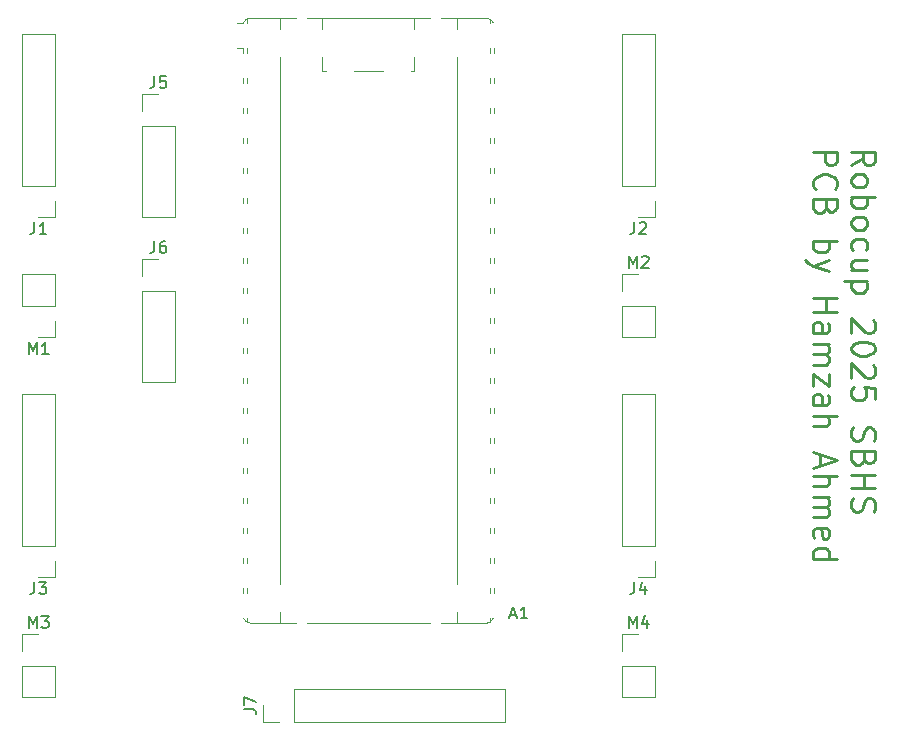
<source format=gbr>
%TF.GenerationSoftware,KiCad,Pcbnew,9.0.2*%
%TF.CreationDate,2025-07-04T23:02:28+10:00*%
%TF.ProjectId,motor-controller-pcb,6d6f746f-722d-4636-9f6e-74726f6c6c65,rev?*%
%TF.SameCoordinates,Original*%
%TF.FileFunction,Legend,Top*%
%TF.FilePolarity,Positive*%
%FSLAX46Y46*%
G04 Gerber Fmt 4.6, Leading zero omitted, Abs format (unit mm)*
G04 Created by KiCad (PCBNEW 9.0.2) date 2025-07-04 23:02:28*
%MOMM*%
%LPD*%
G01*
G04 APERTURE LIST*
%ADD10C,0.250000*%
%ADD11C,0.150000*%
%ADD12C,0.120000*%
G04 APERTURE END LIST*
D10*
X193477649Y-69283520D02*
X194430030Y-68616853D01*
X193477649Y-68140663D02*
X195477649Y-68140663D01*
X195477649Y-68140663D02*
X195477649Y-68902568D01*
X195477649Y-68902568D02*
X195382411Y-69093044D01*
X195382411Y-69093044D02*
X195287173Y-69188282D01*
X195287173Y-69188282D02*
X195096697Y-69283520D01*
X195096697Y-69283520D02*
X194810983Y-69283520D01*
X194810983Y-69283520D02*
X194620507Y-69188282D01*
X194620507Y-69188282D02*
X194525268Y-69093044D01*
X194525268Y-69093044D02*
X194430030Y-68902568D01*
X194430030Y-68902568D02*
X194430030Y-68140663D01*
X193477649Y-70426377D02*
X193572888Y-70235901D01*
X193572888Y-70235901D02*
X193668126Y-70140663D01*
X193668126Y-70140663D02*
X193858602Y-70045425D01*
X193858602Y-70045425D02*
X194430030Y-70045425D01*
X194430030Y-70045425D02*
X194620507Y-70140663D01*
X194620507Y-70140663D02*
X194715745Y-70235901D01*
X194715745Y-70235901D02*
X194810983Y-70426377D01*
X194810983Y-70426377D02*
X194810983Y-70712092D01*
X194810983Y-70712092D02*
X194715745Y-70902568D01*
X194715745Y-70902568D02*
X194620507Y-70997806D01*
X194620507Y-70997806D02*
X194430030Y-71093044D01*
X194430030Y-71093044D02*
X193858602Y-71093044D01*
X193858602Y-71093044D02*
X193668126Y-70997806D01*
X193668126Y-70997806D02*
X193572888Y-70902568D01*
X193572888Y-70902568D02*
X193477649Y-70712092D01*
X193477649Y-70712092D02*
X193477649Y-70426377D01*
X193477649Y-71950187D02*
X195477649Y-71950187D01*
X194715745Y-71950187D02*
X194810983Y-72140663D01*
X194810983Y-72140663D02*
X194810983Y-72521616D01*
X194810983Y-72521616D02*
X194715745Y-72712092D01*
X194715745Y-72712092D02*
X194620507Y-72807330D01*
X194620507Y-72807330D02*
X194430030Y-72902568D01*
X194430030Y-72902568D02*
X193858602Y-72902568D01*
X193858602Y-72902568D02*
X193668126Y-72807330D01*
X193668126Y-72807330D02*
X193572888Y-72712092D01*
X193572888Y-72712092D02*
X193477649Y-72521616D01*
X193477649Y-72521616D02*
X193477649Y-72140663D01*
X193477649Y-72140663D02*
X193572888Y-71950187D01*
X193477649Y-74045425D02*
X193572888Y-73854949D01*
X193572888Y-73854949D02*
X193668126Y-73759711D01*
X193668126Y-73759711D02*
X193858602Y-73664473D01*
X193858602Y-73664473D02*
X194430030Y-73664473D01*
X194430030Y-73664473D02*
X194620507Y-73759711D01*
X194620507Y-73759711D02*
X194715745Y-73854949D01*
X194715745Y-73854949D02*
X194810983Y-74045425D01*
X194810983Y-74045425D02*
X194810983Y-74331140D01*
X194810983Y-74331140D02*
X194715745Y-74521616D01*
X194715745Y-74521616D02*
X194620507Y-74616854D01*
X194620507Y-74616854D02*
X194430030Y-74712092D01*
X194430030Y-74712092D02*
X193858602Y-74712092D01*
X193858602Y-74712092D02*
X193668126Y-74616854D01*
X193668126Y-74616854D02*
X193572888Y-74521616D01*
X193572888Y-74521616D02*
X193477649Y-74331140D01*
X193477649Y-74331140D02*
X193477649Y-74045425D01*
X193572888Y-76426378D02*
X193477649Y-76235902D01*
X193477649Y-76235902D02*
X193477649Y-75854949D01*
X193477649Y-75854949D02*
X193572888Y-75664473D01*
X193572888Y-75664473D02*
X193668126Y-75569235D01*
X193668126Y-75569235D02*
X193858602Y-75473997D01*
X193858602Y-75473997D02*
X194430030Y-75473997D01*
X194430030Y-75473997D02*
X194620507Y-75569235D01*
X194620507Y-75569235D02*
X194715745Y-75664473D01*
X194715745Y-75664473D02*
X194810983Y-75854949D01*
X194810983Y-75854949D02*
X194810983Y-76235902D01*
X194810983Y-76235902D02*
X194715745Y-76426378D01*
X194810983Y-78140664D02*
X193477649Y-78140664D01*
X194810983Y-77283521D02*
X193763364Y-77283521D01*
X193763364Y-77283521D02*
X193572888Y-77378759D01*
X193572888Y-77378759D02*
X193477649Y-77569235D01*
X193477649Y-77569235D02*
X193477649Y-77854950D01*
X193477649Y-77854950D02*
X193572888Y-78045426D01*
X193572888Y-78045426D02*
X193668126Y-78140664D01*
X194810983Y-79093045D02*
X192810983Y-79093045D01*
X194715745Y-79093045D02*
X194810983Y-79283521D01*
X194810983Y-79283521D02*
X194810983Y-79664474D01*
X194810983Y-79664474D02*
X194715745Y-79854950D01*
X194715745Y-79854950D02*
X194620507Y-79950188D01*
X194620507Y-79950188D02*
X194430030Y-80045426D01*
X194430030Y-80045426D02*
X193858602Y-80045426D01*
X193858602Y-80045426D02*
X193668126Y-79950188D01*
X193668126Y-79950188D02*
X193572888Y-79854950D01*
X193572888Y-79854950D02*
X193477649Y-79664474D01*
X193477649Y-79664474D02*
X193477649Y-79283521D01*
X193477649Y-79283521D02*
X193572888Y-79093045D01*
X195287173Y-82331141D02*
X195382411Y-82426379D01*
X195382411Y-82426379D02*
X195477649Y-82616855D01*
X195477649Y-82616855D02*
X195477649Y-83093046D01*
X195477649Y-83093046D02*
X195382411Y-83283522D01*
X195382411Y-83283522D02*
X195287173Y-83378760D01*
X195287173Y-83378760D02*
X195096697Y-83473998D01*
X195096697Y-83473998D02*
X194906221Y-83473998D01*
X194906221Y-83473998D02*
X194620507Y-83378760D01*
X194620507Y-83378760D02*
X193477649Y-82235903D01*
X193477649Y-82235903D02*
X193477649Y-83473998D01*
X195477649Y-84712093D02*
X195477649Y-84902570D01*
X195477649Y-84902570D02*
X195382411Y-85093046D01*
X195382411Y-85093046D02*
X195287173Y-85188284D01*
X195287173Y-85188284D02*
X195096697Y-85283522D01*
X195096697Y-85283522D02*
X194715745Y-85378760D01*
X194715745Y-85378760D02*
X194239554Y-85378760D01*
X194239554Y-85378760D02*
X193858602Y-85283522D01*
X193858602Y-85283522D02*
X193668126Y-85188284D01*
X193668126Y-85188284D02*
X193572888Y-85093046D01*
X193572888Y-85093046D02*
X193477649Y-84902570D01*
X193477649Y-84902570D02*
X193477649Y-84712093D01*
X193477649Y-84712093D02*
X193572888Y-84521617D01*
X193572888Y-84521617D02*
X193668126Y-84426379D01*
X193668126Y-84426379D02*
X193858602Y-84331141D01*
X193858602Y-84331141D02*
X194239554Y-84235903D01*
X194239554Y-84235903D02*
X194715745Y-84235903D01*
X194715745Y-84235903D02*
X195096697Y-84331141D01*
X195096697Y-84331141D02*
X195287173Y-84426379D01*
X195287173Y-84426379D02*
X195382411Y-84521617D01*
X195382411Y-84521617D02*
X195477649Y-84712093D01*
X195287173Y-86140665D02*
X195382411Y-86235903D01*
X195382411Y-86235903D02*
X195477649Y-86426379D01*
X195477649Y-86426379D02*
X195477649Y-86902570D01*
X195477649Y-86902570D02*
X195382411Y-87093046D01*
X195382411Y-87093046D02*
X195287173Y-87188284D01*
X195287173Y-87188284D02*
X195096697Y-87283522D01*
X195096697Y-87283522D02*
X194906221Y-87283522D01*
X194906221Y-87283522D02*
X194620507Y-87188284D01*
X194620507Y-87188284D02*
X193477649Y-86045427D01*
X193477649Y-86045427D02*
X193477649Y-87283522D01*
X195477649Y-89093046D02*
X195477649Y-88140665D01*
X195477649Y-88140665D02*
X194525268Y-88045427D01*
X194525268Y-88045427D02*
X194620507Y-88140665D01*
X194620507Y-88140665D02*
X194715745Y-88331141D01*
X194715745Y-88331141D02*
X194715745Y-88807332D01*
X194715745Y-88807332D02*
X194620507Y-88997808D01*
X194620507Y-88997808D02*
X194525268Y-89093046D01*
X194525268Y-89093046D02*
X194334792Y-89188284D01*
X194334792Y-89188284D02*
X193858602Y-89188284D01*
X193858602Y-89188284D02*
X193668126Y-89093046D01*
X193668126Y-89093046D02*
X193572888Y-88997808D01*
X193572888Y-88997808D02*
X193477649Y-88807332D01*
X193477649Y-88807332D02*
X193477649Y-88331141D01*
X193477649Y-88331141D02*
X193572888Y-88140665D01*
X193572888Y-88140665D02*
X193668126Y-88045427D01*
X193572888Y-91473999D02*
X193477649Y-91759713D01*
X193477649Y-91759713D02*
X193477649Y-92235904D01*
X193477649Y-92235904D02*
X193572888Y-92426380D01*
X193572888Y-92426380D02*
X193668126Y-92521618D01*
X193668126Y-92521618D02*
X193858602Y-92616856D01*
X193858602Y-92616856D02*
X194049078Y-92616856D01*
X194049078Y-92616856D02*
X194239554Y-92521618D01*
X194239554Y-92521618D02*
X194334792Y-92426380D01*
X194334792Y-92426380D02*
X194430030Y-92235904D01*
X194430030Y-92235904D02*
X194525268Y-91854951D01*
X194525268Y-91854951D02*
X194620507Y-91664475D01*
X194620507Y-91664475D02*
X194715745Y-91569237D01*
X194715745Y-91569237D02*
X194906221Y-91473999D01*
X194906221Y-91473999D02*
X195096697Y-91473999D01*
X195096697Y-91473999D02*
X195287173Y-91569237D01*
X195287173Y-91569237D02*
X195382411Y-91664475D01*
X195382411Y-91664475D02*
X195477649Y-91854951D01*
X195477649Y-91854951D02*
X195477649Y-92331142D01*
X195477649Y-92331142D02*
X195382411Y-92616856D01*
X194525268Y-94140666D02*
X194430030Y-94426380D01*
X194430030Y-94426380D02*
X194334792Y-94521618D01*
X194334792Y-94521618D02*
X194144316Y-94616856D01*
X194144316Y-94616856D02*
X193858602Y-94616856D01*
X193858602Y-94616856D02*
X193668126Y-94521618D01*
X193668126Y-94521618D02*
X193572888Y-94426380D01*
X193572888Y-94426380D02*
X193477649Y-94235904D01*
X193477649Y-94235904D02*
X193477649Y-93473999D01*
X193477649Y-93473999D02*
X195477649Y-93473999D01*
X195477649Y-93473999D02*
X195477649Y-94140666D01*
X195477649Y-94140666D02*
X195382411Y-94331142D01*
X195382411Y-94331142D02*
X195287173Y-94426380D01*
X195287173Y-94426380D02*
X195096697Y-94521618D01*
X195096697Y-94521618D02*
X194906221Y-94521618D01*
X194906221Y-94521618D02*
X194715745Y-94426380D01*
X194715745Y-94426380D02*
X194620507Y-94331142D01*
X194620507Y-94331142D02*
X194525268Y-94140666D01*
X194525268Y-94140666D02*
X194525268Y-93473999D01*
X193477649Y-95473999D02*
X195477649Y-95473999D01*
X194525268Y-95473999D02*
X194525268Y-96616856D01*
X193477649Y-96616856D02*
X195477649Y-96616856D01*
X193572888Y-97473999D02*
X193477649Y-97759713D01*
X193477649Y-97759713D02*
X193477649Y-98235904D01*
X193477649Y-98235904D02*
X193572888Y-98426380D01*
X193572888Y-98426380D02*
X193668126Y-98521618D01*
X193668126Y-98521618D02*
X193858602Y-98616856D01*
X193858602Y-98616856D02*
X194049078Y-98616856D01*
X194049078Y-98616856D02*
X194239554Y-98521618D01*
X194239554Y-98521618D02*
X194334792Y-98426380D01*
X194334792Y-98426380D02*
X194430030Y-98235904D01*
X194430030Y-98235904D02*
X194525268Y-97854951D01*
X194525268Y-97854951D02*
X194620507Y-97664475D01*
X194620507Y-97664475D02*
X194715745Y-97569237D01*
X194715745Y-97569237D02*
X194906221Y-97473999D01*
X194906221Y-97473999D02*
X195096697Y-97473999D01*
X195096697Y-97473999D02*
X195287173Y-97569237D01*
X195287173Y-97569237D02*
X195382411Y-97664475D01*
X195382411Y-97664475D02*
X195477649Y-97854951D01*
X195477649Y-97854951D02*
X195477649Y-98331142D01*
X195477649Y-98331142D02*
X195382411Y-98616856D01*
X190257761Y-68140663D02*
X192257761Y-68140663D01*
X192257761Y-68140663D02*
X192257761Y-68902568D01*
X192257761Y-68902568D02*
X192162523Y-69093044D01*
X192162523Y-69093044D02*
X192067285Y-69188282D01*
X192067285Y-69188282D02*
X191876809Y-69283520D01*
X191876809Y-69283520D02*
X191591095Y-69283520D01*
X191591095Y-69283520D02*
X191400619Y-69188282D01*
X191400619Y-69188282D02*
X191305380Y-69093044D01*
X191305380Y-69093044D02*
X191210142Y-68902568D01*
X191210142Y-68902568D02*
X191210142Y-68140663D01*
X190448238Y-71283520D02*
X190353000Y-71188282D01*
X190353000Y-71188282D02*
X190257761Y-70902568D01*
X190257761Y-70902568D02*
X190257761Y-70712092D01*
X190257761Y-70712092D02*
X190353000Y-70426377D01*
X190353000Y-70426377D02*
X190543476Y-70235901D01*
X190543476Y-70235901D02*
X190733952Y-70140663D01*
X190733952Y-70140663D02*
X191114904Y-70045425D01*
X191114904Y-70045425D02*
X191400619Y-70045425D01*
X191400619Y-70045425D02*
X191781571Y-70140663D01*
X191781571Y-70140663D02*
X191972047Y-70235901D01*
X191972047Y-70235901D02*
X192162523Y-70426377D01*
X192162523Y-70426377D02*
X192257761Y-70712092D01*
X192257761Y-70712092D02*
X192257761Y-70902568D01*
X192257761Y-70902568D02*
X192162523Y-71188282D01*
X192162523Y-71188282D02*
X192067285Y-71283520D01*
X191305380Y-72807330D02*
X191210142Y-73093044D01*
X191210142Y-73093044D02*
X191114904Y-73188282D01*
X191114904Y-73188282D02*
X190924428Y-73283520D01*
X190924428Y-73283520D02*
X190638714Y-73283520D01*
X190638714Y-73283520D02*
X190448238Y-73188282D01*
X190448238Y-73188282D02*
X190353000Y-73093044D01*
X190353000Y-73093044D02*
X190257761Y-72902568D01*
X190257761Y-72902568D02*
X190257761Y-72140663D01*
X190257761Y-72140663D02*
X192257761Y-72140663D01*
X192257761Y-72140663D02*
X192257761Y-72807330D01*
X192257761Y-72807330D02*
X192162523Y-72997806D01*
X192162523Y-72997806D02*
X192067285Y-73093044D01*
X192067285Y-73093044D02*
X191876809Y-73188282D01*
X191876809Y-73188282D02*
X191686333Y-73188282D01*
X191686333Y-73188282D02*
X191495857Y-73093044D01*
X191495857Y-73093044D02*
X191400619Y-72997806D01*
X191400619Y-72997806D02*
X191305380Y-72807330D01*
X191305380Y-72807330D02*
X191305380Y-72140663D01*
X190257761Y-75664473D02*
X192257761Y-75664473D01*
X191495857Y-75664473D02*
X191591095Y-75854949D01*
X191591095Y-75854949D02*
X191591095Y-76235902D01*
X191591095Y-76235902D02*
X191495857Y-76426378D01*
X191495857Y-76426378D02*
X191400619Y-76521616D01*
X191400619Y-76521616D02*
X191210142Y-76616854D01*
X191210142Y-76616854D02*
X190638714Y-76616854D01*
X190638714Y-76616854D02*
X190448238Y-76521616D01*
X190448238Y-76521616D02*
X190353000Y-76426378D01*
X190353000Y-76426378D02*
X190257761Y-76235902D01*
X190257761Y-76235902D02*
X190257761Y-75854949D01*
X190257761Y-75854949D02*
X190353000Y-75664473D01*
X191591095Y-77283521D02*
X190257761Y-77759711D01*
X191591095Y-78235902D02*
X190257761Y-77759711D01*
X190257761Y-77759711D02*
X189781571Y-77569235D01*
X189781571Y-77569235D02*
X189686333Y-77473997D01*
X189686333Y-77473997D02*
X189591095Y-77283521D01*
X190257761Y-80521617D02*
X192257761Y-80521617D01*
X191305380Y-80521617D02*
X191305380Y-81664474D01*
X190257761Y-81664474D02*
X192257761Y-81664474D01*
X190257761Y-83473998D02*
X191305380Y-83473998D01*
X191305380Y-83473998D02*
X191495857Y-83378760D01*
X191495857Y-83378760D02*
X191591095Y-83188284D01*
X191591095Y-83188284D02*
X191591095Y-82807331D01*
X191591095Y-82807331D02*
X191495857Y-82616855D01*
X190353000Y-83473998D02*
X190257761Y-83283522D01*
X190257761Y-83283522D02*
X190257761Y-82807331D01*
X190257761Y-82807331D02*
X190353000Y-82616855D01*
X190353000Y-82616855D02*
X190543476Y-82521617D01*
X190543476Y-82521617D02*
X190733952Y-82521617D01*
X190733952Y-82521617D02*
X190924428Y-82616855D01*
X190924428Y-82616855D02*
X191019666Y-82807331D01*
X191019666Y-82807331D02*
X191019666Y-83283522D01*
X191019666Y-83283522D02*
X191114904Y-83473998D01*
X190257761Y-84426379D02*
X191591095Y-84426379D01*
X191400619Y-84426379D02*
X191495857Y-84521617D01*
X191495857Y-84521617D02*
X191591095Y-84712093D01*
X191591095Y-84712093D02*
X191591095Y-84997808D01*
X191591095Y-84997808D02*
X191495857Y-85188284D01*
X191495857Y-85188284D02*
X191305380Y-85283522D01*
X191305380Y-85283522D02*
X190257761Y-85283522D01*
X191305380Y-85283522D02*
X191495857Y-85378760D01*
X191495857Y-85378760D02*
X191591095Y-85569236D01*
X191591095Y-85569236D02*
X191591095Y-85854950D01*
X191591095Y-85854950D02*
X191495857Y-86045427D01*
X191495857Y-86045427D02*
X191305380Y-86140665D01*
X191305380Y-86140665D02*
X190257761Y-86140665D01*
X191591095Y-86902570D02*
X191591095Y-87950189D01*
X191591095Y-87950189D02*
X190257761Y-86902570D01*
X190257761Y-86902570D02*
X190257761Y-87950189D01*
X190257761Y-89569237D02*
X191305380Y-89569237D01*
X191305380Y-89569237D02*
X191495857Y-89473999D01*
X191495857Y-89473999D02*
X191591095Y-89283523D01*
X191591095Y-89283523D02*
X191591095Y-88902570D01*
X191591095Y-88902570D02*
X191495857Y-88712094D01*
X190353000Y-89569237D02*
X190257761Y-89378761D01*
X190257761Y-89378761D02*
X190257761Y-88902570D01*
X190257761Y-88902570D02*
X190353000Y-88712094D01*
X190353000Y-88712094D02*
X190543476Y-88616856D01*
X190543476Y-88616856D02*
X190733952Y-88616856D01*
X190733952Y-88616856D02*
X190924428Y-88712094D01*
X190924428Y-88712094D02*
X191019666Y-88902570D01*
X191019666Y-88902570D02*
X191019666Y-89378761D01*
X191019666Y-89378761D02*
X191114904Y-89569237D01*
X190257761Y-90521618D02*
X192257761Y-90521618D01*
X190257761Y-91378761D02*
X191305380Y-91378761D01*
X191305380Y-91378761D02*
X191495857Y-91283523D01*
X191495857Y-91283523D02*
X191591095Y-91093047D01*
X191591095Y-91093047D02*
X191591095Y-90807332D01*
X191591095Y-90807332D02*
X191495857Y-90616856D01*
X191495857Y-90616856D02*
X191400619Y-90521618D01*
X190829190Y-93759714D02*
X190829190Y-94712095D01*
X190257761Y-93569238D02*
X192257761Y-94235904D01*
X192257761Y-94235904D02*
X190257761Y-94902571D01*
X190257761Y-95569238D02*
X192257761Y-95569238D01*
X190257761Y-96426381D02*
X191305380Y-96426381D01*
X191305380Y-96426381D02*
X191495857Y-96331143D01*
X191495857Y-96331143D02*
X191591095Y-96140667D01*
X191591095Y-96140667D02*
X191591095Y-95854952D01*
X191591095Y-95854952D02*
X191495857Y-95664476D01*
X191495857Y-95664476D02*
X191400619Y-95569238D01*
X190257761Y-97378762D02*
X191591095Y-97378762D01*
X191400619Y-97378762D02*
X191495857Y-97474000D01*
X191495857Y-97474000D02*
X191591095Y-97664476D01*
X191591095Y-97664476D02*
X191591095Y-97950191D01*
X191591095Y-97950191D02*
X191495857Y-98140667D01*
X191495857Y-98140667D02*
X191305380Y-98235905D01*
X191305380Y-98235905D02*
X190257761Y-98235905D01*
X191305380Y-98235905D02*
X191495857Y-98331143D01*
X191495857Y-98331143D02*
X191591095Y-98521619D01*
X191591095Y-98521619D02*
X191591095Y-98807333D01*
X191591095Y-98807333D02*
X191495857Y-98997810D01*
X191495857Y-98997810D02*
X191305380Y-99093048D01*
X191305380Y-99093048D02*
X190257761Y-99093048D01*
X190353000Y-100807334D02*
X190257761Y-100616858D01*
X190257761Y-100616858D02*
X190257761Y-100235905D01*
X190257761Y-100235905D02*
X190353000Y-100045429D01*
X190353000Y-100045429D02*
X190543476Y-99950191D01*
X190543476Y-99950191D02*
X191305380Y-99950191D01*
X191305380Y-99950191D02*
X191495857Y-100045429D01*
X191495857Y-100045429D02*
X191591095Y-100235905D01*
X191591095Y-100235905D02*
X191591095Y-100616858D01*
X191591095Y-100616858D02*
X191495857Y-100807334D01*
X191495857Y-100807334D02*
X191305380Y-100902572D01*
X191305380Y-100902572D02*
X191114904Y-100902572D01*
X191114904Y-100902572D02*
X190924428Y-99950191D01*
X190257761Y-102616858D02*
X192257761Y-102616858D01*
X190353000Y-102616858D02*
X190257761Y-102426382D01*
X190257761Y-102426382D02*
X190257761Y-102045429D01*
X190257761Y-102045429D02*
X190353000Y-101854953D01*
X190353000Y-101854953D02*
X190448238Y-101759715D01*
X190448238Y-101759715D02*
X190638714Y-101664477D01*
X190638714Y-101664477D02*
X191210142Y-101664477D01*
X191210142Y-101664477D02*
X191400619Y-101759715D01*
X191400619Y-101759715D02*
X191495857Y-101854953D01*
X191495857Y-101854953D02*
X191591095Y-102045429D01*
X191591095Y-102045429D02*
X191591095Y-102426382D01*
X191591095Y-102426382D02*
X191495857Y-102616858D01*
D11*
X175111666Y-104574819D02*
X175111666Y-105289104D01*
X175111666Y-105289104D02*
X175064047Y-105431961D01*
X175064047Y-105431961D02*
X174968809Y-105527200D01*
X174968809Y-105527200D02*
X174825952Y-105574819D01*
X174825952Y-105574819D02*
X174730714Y-105574819D01*
X176016428Y-104908152D02*
X176016428Y-105574819D01*
X175778333Y-104527200D02*
X175540238Y-105241485D01*
X175540238Y-105241485D02*
X176159285Y-105241485D01*
X134471666Y-61714819D02*
X134471666Y-62429104D01*
X134471666Y-62429104D02*
X134424047Y-62571961D01*
X134424047Y-62571961D02*
X134328809Y-62667200D01*
X134328809Y-62667200D02*
X134185952Y-62714819D01*
X134185952Y-62714819D02*
X134090714Y-62714819D01*
X135424047Y-61714819D02*
X134947857Y-61714819D01*
X134947857Y-61714819D02*
X134900238Y-62191009D01*
X134900238Y-62191009D02*
X134947857Y-62143390D01*
X134947857Y-62143390D02*
X135043095Y-62095771D01*
X135043095Y-62095771D02*
X135281190Y-62095771D01*
X135281190Y-62095771D02*
X135376428Y-62143390D01*
X135376428Y-62143390D02*
X135424047Y-62191009D01*
X135424047Y-62191009D02*
X135471666Y-62286247D01*
X135471666Y-62286247D02*
X135471666Y-62524342D01*
X135471666Y-62524342D02*
X135424047Y-62619580D01*
X135424047Y-62619580D02*
X135376428Y-62667200D01*
X135376428Y-62667200D02*
X135281190Y-62714819D01*
X135281190Y-62714819D02*
X135043095Y-62714819D01*
X135043095Y-62714819D02*
X134947857Y-62667200D01*
X134947857Y-62667200D02*
X134900238Y-62619580D01*
X174635476Y-108434819D02*
X174635476Y-107434819D01*
X174635476Y-107434819D02*
X174968809Y-108149104D01*
X174968809Y-108149104D02*
X175302142Y-107434819D01*
X175302142Y-107434819D02*
X175302142Y-108434819D01*
X176206904Y-107768152D02*
X176206904Y-108434819D01*
X175968809Y-107387200D02*
X175730714Y-108101485D01*
X175730714Y-108101485D02*
X176349761Y-108101485D01*
X142074819Y-115333333D02*
X142789104Y-115333333D01*
X142789104Y-115333333D02*
X142931961Y-115380952D01*
X142931961Y-115380952D02*
X143027200Y-115476190D01*
X143027200Y-115476190D02*
X143074819Y-115619047D01*
X143074819Y-115619047D02*
X143074819Y-115714285D01*
X142074819Y-114952380D02*
X142074819Y-114285714D01*
X142074819Y-114285714D02*
X143074819Y-114714285D01*
X123835476Y-85254819D02*
X123835476Y-84254819D01*
X123835476Y-84254819D02*
X124168809Y-84969104D01*
X124168809Y-84969104D02*
X124502142Y-84254819D01*
X124502142Y-84254819D02*
X124502142Y-85254819D01*
X125502142Y-85254819D02*
X124930714Y-85254819D01*
X125216428Y-85254819D02*
X125216428Y-84254819D01*
X125216428Y-84254819D02*
X125121190Y-84397676D01*
X125121190Y-84397676D02*
X125025952Y-84492914D01*
X125025952Y-84492914D02*
X124930714Y-84540533D01*
X124311666Y-104574819D02*
X124311666Y-105289104D01*
X124311666Y-105289104D02*
X124264047Y-105431961D01*
X124264047Y-105431961D02*
X124168809Y-105527200D01*
X124168809Y-105527200D02*
X124025952Y-105574819D01*
X124025952Y-105574819D02*
X123930714Y-105574819D01*
X124692619Y-104574819D02*
X125311666Y-104574819D01*
X125311666Y-104574819D02*
X124978333Y-104955771D01*
X124978333Y-104955771D02*
X125121190Y-104955771D01*
X125121190Y-104955771D02*
X125216428Y-105003390D01*
X125216428Y-105003390D02*
X125264047Y-105051009D01*
X125264047Y-105051009D02*
X125311666Y-105146247D01*
X125311666Y-105146247D02*
X125311666Y-105384342D01*
X125311666Y-105384342D02*
X125264047Y-105479580D01*
X125264047Y-105479580D02*
X125216428Y-105527200D01*
X125216428Y-105527200D02*
X125121190Y-105574819D01*
X125121190Y-105574819D02*
X124835476Y-105574819D01*
X124835476Y-105574819D02*
X124740238Y-105527200D01*
X124740238Y-105527200D02*
X124692619Y-105479580D01*
X175111666Y-74094819D02*
X175111666Y-74809104D01*
X175111666Y-74809104D02*
X175064047Y-74951961D01*
X175064047Y-74951961D02*
X174968809Y-75047200D01*
X174968809Y-75047200D02*
X174825952Y-75094819D01*
X174825952Y-75094819D02*
X174730714Y-75094819D01*
X175540238Y-74190057D02*
X175587857Y-74142438D01*
X175587857Y-74142438D02*
X175683095Y-74094819D01*
X175683095Y-74094819D02*
X175921190Y-74094819D01*
X175921190Y-74094819D02*
X176016428Y-74142438D01*
X176016428Y-74142438D02*
X176064047Y-74190057D01*
X176064047Y-74190057D02*
X176111666Y-74285295D01*
X176111666Y-74285295D02*
X176111666Y-74380533D01*
X176111666Y-74380533D02*
X176064047Y-74523390D01*
X176064047Y-74523390D02*
X175492619Y-75094819D01*
X175492619Y-75094819D02*
X176111666Y-75094819D01*
X123835476Y-108434819D02*
X123835476Y-107434819D01*
X123835476Y-107434819D02*
X124168809Y-108149104D01*
X124168809Y-108149104D02*
X124502142Y-107434819D01*
X124502142Y-107434819D02*
X124502142Y-108434819D01*
X124883095Y-107434819D02*
X125502142Y-107434819D01*
X125502142Y-107434819D02*
X125168809Y-107815771D01*
X125168809Y-107815771D02*
X125311666Y-107815771D01*
X125311666Y-107815771D02*
X125406904Y-107863390D01*
X125406904Y-107863390D02*
X125454523Y-107911009D01*
X125454523Y-107911009D02*
X125502142Y-108006247D01*
X125502142Y-108006247D02*
X125502142Y-108244342D01*
X125502142Y-108244342D02*
X125454523Y-108339580D01*
X125454523Y-108339580D02*
X125406904Y-108387200D01*
X125406904Y-108387200D02*
X125311666Y-108434819D01*
X125311666Y-108434819D02*
X125025952Y-108434819D01*
X125025952Y-108434819D02*
X124930714Y-108387200D01*
X124930714Y-108387200D02*
X124883095Y-108339580D01*
X164621660Y-107354104D02*
X165097850Y-107354104D01*
X164526422Y-107639819D02*
X164859755Y-106639819D01*
X164859755Y-106639819D02*
X165193088Y-107639819D01*
X166050231Y-107639819D02*
X165478803Y-107639819D01*
X165764517Y-107639819D02*
X165764517Y-106639819D01*
X165764517Y-106639819D02*
X165669279Y-106782676D01*
X165669279Y-106782676D02*
X165574041Y-106877914D01*
X165574041Y-106877914D02*
X165478803Y-106925533D01*
X174635476Y-77954819D02*
X174635476Y-76954819D01*
X174635476Y-76954819D02*
X174968809Y-77669104D01*
X174968809Y-77669104D02*
X175302142Y-76954819D01*
X175302142Y-76954819D02*
X175302142Y-77954819D01*
X175730714Y-77050057D02*
X175778333Y-77002438D01*
X175778333Y-77002438D02*
X175873571Y-76954819D01*
X175873571Y-76954819D02*
X176111666Y-76954819D01*
X176111666Y-76954819D02*
X176206904Y-77002438D01*
X176206904Y-77002438D02*
X176254523Y-77050057D01*
X176254523Y-77050057D02*
X176302142Y-77145295D01*
X176302142Y-77145295D02*
X176302142Y-77240533D01*
X176302142Y-77240533D02*
X176254523Y-77383390D01*
X176254523Y-77383390D02*
X175683095Y-77954819D01*
X175683095Y-77954819D02*
X176302142Y-77954819D01*
X124311666Y-74094819D02*
X124311666Y-74809104D01*
X124311666Y-74809104D02*
X124264047Y-74951961D01*
X124264047Y-74951961D02*
X124168809Y-75047200D01*
X124168809Y-75047200D02*
X124025952Y-75094819D01*
X124025952Y-75094819D02*
X123930714Y-75094819D01*
X125311666Y-75094819D02*
X124740238Y-75094819D01*
X125025952Y-75094819D02*
X125025952Y-74094819D01*
X125025952Y-74094819D02*
X124930714Y-74237676D01*
X124930714Y-74237676D02*
X124835476Y-74332914D01*
X124835476Y-74332914D02*
X124740238Y-74380533D01*
X134471666Y-75684819D02*
X134471666Y-76399104D01*
X134471666Y-76399104D02*
X134424047Y-76541961D01*
X134424047Y-76541961D02*
X134328809Y-76637200D01*
X134328809Y-76637200D02*
X134185952Y-76684819D01*
X134185952Y-76684819D02*
X134090714Y-76684819D01*
X135376428Y-75684819D02*
X135185952Y-75684819D01*
X135185952Y-75684819D02*
X135090714Y-75732438D01*
X135090714Y-75732438D02*
X135043095Y-75780057D01*
X135043095Y-75780057D02*
X134947857Y-75922914D01*
X134947857Y-75922914D02*
X134900238Y-76113390D01*
X134900238Y-76113390D02*
X134900238Y-76494342D01*
X134900238Y-76494342D02*
X134947857Y-76589580D01*
X134947857Y-76589580D02*
X134995476Y-76637200D01*
X134995476Y-76637200D02*
X135090714Y-76684819D01*
X135090714Y-76684819D02*
X135281190Y-76684819D01*
X135281190Y-76684819D02*
X135376428Y-76637200D01*
X135376428Y-76637200D02*
X135424047Y-76589580D01*
X135424047Y-76589580D02*
X135471666Y-76494342D01*
X135471666Y-76494342D02*
X135471666Y-76256247D01*
X135471666Y-76256247D02*
X135424047Y-76161009D01*
X135424047Y-76161009D02*
X135376428Y-76113390D01*
X135376428Y-76113390D02*
X135281190Y-76065771D01*
X135281190Y-76065771D02*
X135090714Y-76065771D01*
X135090714Y-76065771D02*
X134995476Y-76113390D01*
X134995476Y-76113390D02*
X134947857Y-76161009D01*
X134947857Y-76161009D02*
X134900238Y-76256247D01*
D12*
%TO.C,J4*%
X174065000Y-101470000D02*
X174065000Y-88660000D01*
X176825000Y-88660000D02*
X174065000Y-88660000D01*
X176825000Y-101470000D02*
X174065000Y-101470000D01*
X176825000Y-101470000D02*
X176825000Y-88660000D01*
X176825000Y-102740000D02*
X176825000Y-104120000D01*
X176825000Y-104120000D02*
X175445000Y-104120000D01*
%TO.C,J5*%
X133425000Y-63260000D02*
X134805000Y-63260000D01*
X133425000Y-64640000D02*
X133425000Y-63260000D01*
X133425000Y-65910000D02*
X133425000Y-73640000D01*
X133425000Y-65910000D02*
X136185000Y-65910000D01*
X133425000Y-73640000D02*
X136185000Y-73640000D01*
X136185000Y-65910000D02*
X136185000Y-73640000D01*
%TO.C,M4*%
X174065000Y-108980000D02*
X175445000Y-108980000D01*
X174065000Y-110360000D02*
X174065000Y-108980000D01*
X174065000Y-111630000D02*
X174065000Y-114280000D01*
X174065000Y-111630000D02*
X176825000Y-111630000D01*
X174065000Y-114280000D02*
X176825000Y-114280000D01*
X176825000Y-111630000D02*
X176825000Y-114280000D01*
%TO.C,J7*%
X143620000Y-116380000D02*
X143620000Y-115000000D01*
X145000000Y-116380000D02*
X143620000Y-116380000D01*
X146270000Y-113620000D02*
X164160000Y-113620000D01*
X146270000Y-116380000D02*
X146270000Y-113620000D01*
X146270000Y-116380000D02*
X164160000Y-116380000D01*
X164160000Y-116380000D02*
X164160000Y-113620000D01*
%TO.C,M1*%
X123265000Y-81150000D02*
X123265000Y-78500000D01*
X126025000Y-78500000D02*
X123265000Y-78500000D01*
X126025000Y-81150000D02*
X123265000Y-81150000D01*
X126025000Y-81150000D02*
X126025000Y-78500000D01*
X126025000Y-82420000D02*
X126025000Y-83800000D01*
X126025000Y-83800000D02*
X124645000Y-83800000D01*
%TO.C,J3*%
X123265000Y-101470000D02*
X123265000Y-88660000D01*
X126025000Y-88660000D02*
X123265000Y-88660000D01*
X126025000Y-101470000D02*
X123265000Y-101470000D01*
X126025000Y-101470000D02*
X126025000Y-88660000D01*
X126025000Y-102740000D02*
X126025000Y-104120000D01*
X126025000Y-104120000D02*
X124645000Y-104120000D01*
%TO.C,J2*%
X174065000Y-70990000D02*
X174065000Y-58180000D01*
X176825000Y-58180000D02*
X174065000Y-58180000D01*
X176825000Y-70990000D02*
X174065000Y-70990000D01*
X176825000Y-70990000D02*
X176825000Y-58180000D01*
X176825000Y-72260000D02*
X176825000Y-73640000D01*
X176825000Y-73640000D02*
X175445000Y-73640000D01*
%TO.C,M3*%
X123265000Y-108980000D02*
X124645000Y-108980000D01*
X123265000Y-110360000D02*
X123265000Y-108980000D01*
X123265000Y-111630000D02*
X123265000Y-114280000D01*
X123265000Y-111630000D02*
X126025000Y-111630000D01*
X123265000Y-114280000D02*
X126025000Y-114280000D01*
X126025000Y-111630000D02*
X126025000Y-114280000D01*
%TO.C,A1*%
X141975000Y-59350000D02*
X141495000Y-59350000D01*
X141975000Y-59350000D02*
X141975000Y-59770000D01*
X141975000Y-61890000D02*
X141975000Y-62310000D01*
X141975000Y-64430000D02*
X141975000Y-64850000D01*
X141975000Y-66970000D02*
X141975000Y-67390000D01*
X141975000Y-69510000D02*
X141975000Y-69930000D01*
X141975000Y-72050000D02*
X141975000Y-72470000D01*
X141975000Y-74590000D02*
X141975000Y-75010000D01*
X141975000Y-77130000D02*
X141975000Y-77550000D01*
X141975000Y-79670000D02*
X141975000Y-80090000D01*
X141975000Y-82210000D02*
X141975000Y-82630000D01*
X141975000Y-84750000D02*
X141975000Y-85170000D01*
X141975000Y-87290000D02*
X141975000Y-87710000D01*
X141975000Y-89830000D02*
X141975000Y-90250000D01*
X141975000Y-92370000D02*
X141975000Y-92790000D01*
X141975000Y-94910000D02*
X141975000Y-95330000D01*
X141975000Y-97450000D02*
X141975000Y-97870000D01*
X141975000Y-99990000D02*
X141975000Y-100410000D01*
X141975000Y-102530000D02*
X141975000Y-102950000D01*
X141975000Y-105070000D02*
X141975000Y-105490000D01*
X142005324Y-57230000D02*
X141495000Y-57230000D01*
X142315000Y-57230063D02*
X142315000Y-56873000D01*
X142315000Y-59350000D02*
X142315000Y-59770000D01*
X142315000Y-61890000D02*
X142315000Y-62310000D01*
X142315000Y-64430000D02*
X142315000Y-64850000D01*
X142315000Y-66970000D02*
X142315000Y-67390000D01*
X142315000Y-69510000D02*
X142315000Y-69930000D01*
X142315000Y-72050000D02*
X142315000Y-72470000D01*
X142315000Y-74590000D02*
X142315000Y-75010000D01*
X142315000Y-77130000D02*
X142315000Y-77550000D01*
X142315000Y-79670000D02*
X142315000Y-80090000D01*
X142315000Y-82210000D02*
X142315000Y-82630000D01*
X142315000Y-84750000D02*
X142315000Y-85170000D01*
X142315000Y-87290000D02*
X142315000Y-87710000D01*
X142315000Y-89830000D02*
X142315000Y-90250000D01*
X142315000Y-92370000D02*
X142315000Y-92790000D01*
X142315000Y-94910000D02*
X142315000Y-95330000D01*
X142315000Y-97450000D02*
X142315000Y-97870000D01*
X142315000Y-99990000D02*
X142315000Y-100410000D01*
X142315000Y-102530000D02*
X142315000Y-102950000D01*
X142315000Y-105070000D02*
X142315000Y-105490000D01*
X142315000Y-107609937D02*
X142315000Y-107967000D01*
X142585000Y-56810000D02*
X145075000Y-56810000D01*
X142585000Y-108030000D02*
X146422939Y-108030000D01*
X145075000Y-56810000D02*
X145075000Y-57723520D01*
X145075000Y-56810000D02*
X146422940Y-56810000D01*
X145075000Y-60116480D02*
X145075000Y-104723520D01*
X145075000Y-107116480D02*
X145075000Y-108030000D01*
X147347061Y-56810000D02*
X148350000Y-56810000D01*
X148350000Y-56810000D02*
X156820000Y-56810000D01*
X148685000Y-56810000D02*
X148685000Y-57726000D01*
X148685000Y-60114000D02*
X148685000Y-61330000D01*
X148685000Y-61330000D02*
X148981090Y-61330000D01*
X148985000Y-108030000D02*
X147347061Y-108030000D01*
X151338910Y-61330000D02*
X153831090Y-61330000D01*
X156185000Y-108030000D02*
X148985000Y-108030000D01*
X156188910Y-61330000D02*
X156485000Y-61330000D01*
X156485000Y-56810000D02*
X156485000Y-57726000D01*
X156485000Y-60114000D02*
X156485000Y-61330000D01*
X156820000Y-56810000D02*
X157822939Y-56810000D01*
X157822939Y-108030000D02*
X156185000Y-108030000D01*
X158747061Y-56810000D02*
X160095000Y-56810000D01*
X158747061Y-108030000D02*
X162585000Y-108030000D01*
X160095000Y-56810000D02*
X160095000Y-57723520D01*
X160095000Y-60116480D02*
X160095000Y-104723520D01*
X160095000Y-107116480D02*
X160095000Y-108030000D01*
X162585000Y-56810000D02*
X160095000Y-56810000D01*
X162855000Y-57230063D02*
X162855000Y-56873000D01*
X162855000Y-59350000D02*
X162855000Y-59770000D01*
X162855000Y-61890000D02*
X162855000Y-62310000D01*
X162855000Y-64430000D02*
X162855000Y-64850000D01*
X162855000Y-66970000D02*
X162855000Y-67390000D01*
X162855000Y-69510000D02*
X162855000Y-69930000D01*
X162855000Y-72050000D02*
X162855000Y-72470000D01*
X162855000Y-74590000D02*
X162855000Y-75010000D01*
X162855000Y-77130000D02*
X162855000Y-77550000D01*
X162855000Y-79670000D02*
X162855000Y-80090000D01*
X162855000Y-82210000D02*
X162855000Y-82630000D01*
X162855000Y-84750000D02*
X162855000Y-85170000D01*
X162855000Y-87290000D02*
X162855000Y-87710000D01*
X162855000Y-89830000D02*
X162855000Y-90250000D01*
X162855000Y-92370000D02*
X162855000Y-92790000D01*
X162855000Y-94910000D02*
X162855000Y-95330000D01*
X162855000Y-97450000D02*
X162855000Y-97870000D01*
X162855000Y-99990000D02*
X162855000Y-100410000D01*
X162855000Y-102530000D02*
X162855000Y-102950000D01*
X162855000Y-105070000D02*
X162855000Y-105490000D01*
X162855000Y-107609937D02*
X162855000Y-107967000D01*
X163195000Y-59350000D02*
X163195000Y-59770000D01*
X163195000Y-61890000D02*
X163195000Y-62310000D01*
X163195000Y-64430000D02*
X163195000Y-64850000D01*
X163195000Y-66970000D02*
X163195000Y-67390000D01*
X163195000Y-69510000D02*
X163195000Y-69930000D01*
X163195000Y-72050000D02*
X163195000Y-72470000D01*
X163195000Y-74590000D02*
X163195000Y-75010000D01*
X163195000Y-77130000D02*
X163195000Y-77550000D01*
X163195000Y-79670000D02*
X163195000Y-80090000D01*
X163195000Y-82210000D02*
X163195000Y-82630000D01*
X163195000Y-84750000D02*
X163195000Y-85170000D01*
X163195000Y-87290000D02*
X163195000Y-87710000D01*
X163195000Y-89830000D02*
X163195000Y-90250000D01*
X163195000Y-92370000D02*
X163195000Y-92790000D01*
X163195000Y-94910000D02*
X163195000Y-95330000D01*
X163195000Y-97450000D02*
X163195000Y-97870000D01*
X163195000Y-99990000D02*
X163195000Y-100410000D01*
X163195000Y-102530000D02*
X163195000Y-102950000D01*
X163195000Y-105070000D02*
X163195000Y-105490000D01*
X142005324Y-57230000D02*
G75*
G02*
X142585000Y-56810000I579692J-190051D01*
G01*
X142585000Y-108030000D02*
G75*
G02*
X142005324Y-107609937I1J610002D01*
G01*
X162585000Y-56810000D02*
G75*
G02*
X163164676Y-57230063I0J-610000D01*
G01*
X163164676Y-107609937D02*
G75*
G02*
X162585000Y-108030069I-579676J189837D01*
G01*
%TO.C,M2*%
X174065000Y-78500000D02*
X175445000Y-78500000D01*
X174065000Y-79880000D02*
X174065000Y-78500000D01*
X174065000Y-81150000D02*
X174065000Y-83800000D01*
X174065000Y-81150000D02*
X176825000Y-81150000D01*
X174065000Y-83800000D02*
X176825000Y-83800000D01*
X176825000Y-81150000D02*
X176825000Y-83800000D01*
%TO.C,J1*%
X123265000Y-70990000D02*
X123265000Y-58180000D01*
X126025000Y-58180000D02*
X123265000Y-58180000D01*
X126025000Y-70990000D02*
X123265000Y-70990000D01*
X126025000Y-70990000D02*
X126025000Y-58180000D01*
X126025000Y-72260000D02*
X126025000Y-73640000D01*
X126025000Y-73640000D02*
X124645000Y-73640000D01*
%TO.C,J6*%
X133425000Y-77230000D02*
X134805000Y-77230000D01*
X133425000Y-78610000D02*
X133425000Y-77230000D01*
X133425000Y-79880000D02*
X133425000Y-87610000D01*
X133425000Y-79880000D02*
X136185000Y-79880000D01*
X133425000Y-87610000D02*
X136185000Y-87610000D01*
X136185000Y-79880000D02*
X136185000Y-87610000D01*
%TD*%
M02*

</source>
